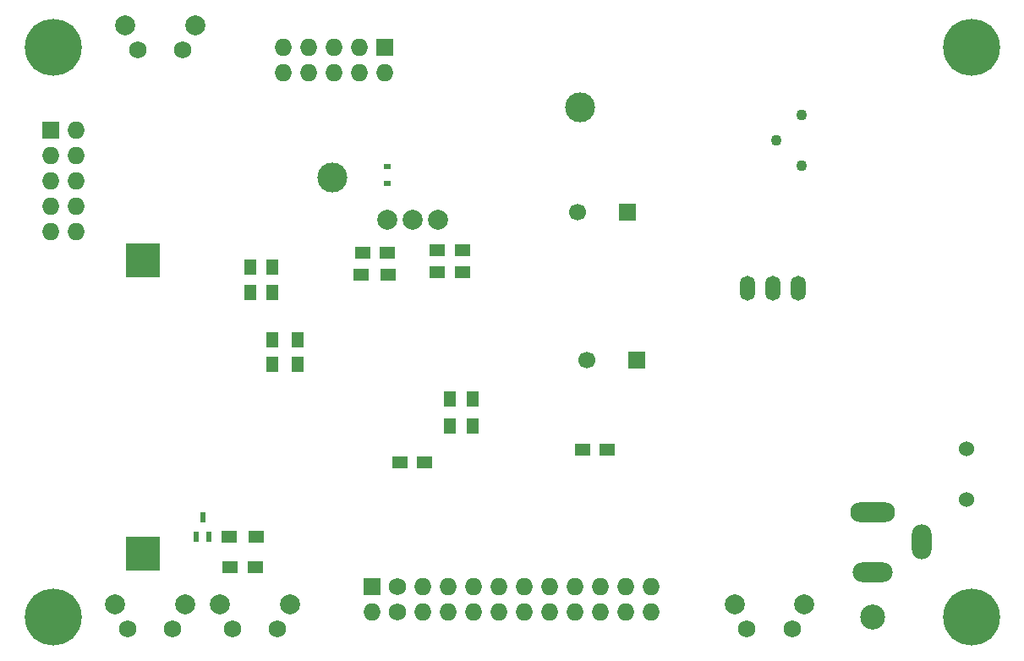
<source format=gbs>
G04 #@! TF.FileFunction,Soldermask,Bot*
%FSLAX46Y46*%
G04 Gerber Fmt 4.6, Leading zero omitted, Abs format (unit mm)*
G04 Created by KiCad (PCBNEW 4.0.4-stable) date 11/22/16 21:10:50*
%MOMM*%
%LPD*%
G01*
G04 APERTURE LIST*
%ADD10C,0.100000*%
%ADD11C,3.000000*%
%ADD12R,1.727200X1.727200*%
%ADD13O,1.727200X1.727200*%
%ADD14R,1.500000X1.300000*%
%ADD15C,1.727200*%
%ADD16R,0.800000X0.600000*%
%ADD17C,1.524000*%
%ADD18R,0.599440X1.000760*%
%ADD19C,1.700000*%
%ADD20R,1.700000X1.700000*%
%ADD21R,1.250000X1.500000*%
%ADD22R,1.500000X1.250000*%
%ADD23R,1.300000X1.500000*%
%ADD24C,5.700000*%
%ADD25O,1.501140X2.499360*%
%ADD26R,3.500000X3.500000*%
%ADD27C,2.500000*%
%ADD28O,4.000000X2.000000*%
%ADD29O,4.500000X2.000000*%
%ADD30O,2.000000X3.500000*%
%ADD31C,1.750000*%
%ADD32C,2.000000*%
%ADD33C,1.100000*%
G04 APERTURE END LIST*
D10*
D11*
X146500000Y-72000000D03*
X171250000Y-65000000D03*
D12*
X118250000Y-67250000D03*
D13*
X120790000Y-67250000D03*
X118250000Y-69790000D03*
X120790000Y-69790000D03*
X118250000Y-72330000D03*
X120790000Y-72330000D03*
X118250000Y-74870000D03*
X120790000Y-74870000D03*
X118250000Y-77410000D03*
X120790000Y-77410000D03*
D14*
X152100000Y-81750000D03*
X149400000Y-81750000D03*
D12*
X150500000Y-113000000D03*
D13*
X150500000Y-115540000D03*
D15*
X153040000Y-113000000D03*
X153040000Y-115540000D03*
D13*
X155580000Y-113000000D03*
X155580000Y-115540000D03*
X158120000Y-113000000D03*
X158120000Y-115540000D03*
X160660000Y-113000000D03*
X160660000Y-115540000D03*
X163200000Y-113000000D03*
X163200000Y-115540000D03*
X165740000Y-113000000D03*
X165740000Y-115540000D03*
X168280000Y-113000000D03*
X168280000Y-115540000D03*
X170820000Y-113000000D03*
X170820000Y-115540000D03*
X173360000Y-113000000D03*
X173360000Y-115540000D03*
X175900000Y-113000000D03*
X175900000Y-115540000D03*
X178440000Y-113000000D03*
X178440000Y-115540000D03*
D16*
X152000000Y-70900000D03*
X152000000Y-72600000D03*
D17*
X210000000Y-99170000D03*
X210000000Y-104250000D03*
D18*
X132849760Y-107949960D03*
X134150240Y-107949960D03*
X133500000Y-106050040D03*
D19*
X171000000Y-75500000D03*
D20*
X176000000Y-75500000D03*
D19*
X172000000Y-90250000D03*
D20*
X177000000Y-90250000D03*
D21*
X140500000Y-81000000D03*
X140500000Y-83500000D03*
X143000000Y-90750000D03*
X143000000Y-88250000D03*
X140500000Y-90750000D03*
X140500000Y-88250000D03*
X138250000Y-81000000D03*
X138250000Y-83500000D03*
D22*
X136250000Y-111000000D03*
X138750000Y-111000000D03*
X171500000Y-99250000D03*
X174000000Y-99250000D03*
X155750000Y-100500000D03*
X153250000Y-100500000D03*
X152000000Y-79500000D03*
X149500000Y-79500000D03*
X157000000Y-81500000D03*
X159500000Y-81500000D03*
X157000000Y-79250000D03*
X159500000Y-79250000D03*
D23*
X160500000Y-94150000D03*
X160500000Y-96850000D03*
X158250000Y-94150000D03*
X158250000Y-96850000D03*
D14*
X138850000Y-108000000D03*
X136150000Y-108000000D03*
D24*
X118500000Y-116000000D03*
X118500000Y-59000000D03*
X210500000Y-59000000D03*
X210500000Y-116000000D03*
D12*
X151750000Y-59000000D03*
D13*
X151750000Y-61540000D03*
X149210000Y-59000000D03*
X149210000Y-61540000D03*
X146670000Y-59000000D03*
X146670000Y-61540000D03*
X144130000Y-59000000D03*
X144130000Y-61540000D03*
X141590000Y-59000000D03*
X141590000Y-61540000D03*
D25*
X190625000Y-83125000D03*
X193165000Y-83125000D03*
X188085000Y-83125000D03*
D26*
X127500000Y-109700000D03*
X127500000Y-80300000D03*
D27*
X200600000Y-116000000D03*
D28*
X200600000Y-111500000D03*
D29*
X200600000Y-105500000D03*
D30*
X205500000Y-108450000D03*
D31*
X130500000Y-117240000D03*
X126000000Y-117240000D03*
D32*
X131755000Y-114750000D03*
X124745000Y-114750000D03*
D31*
X141000000Y-117240000D03*
X136500000Y-117240000D03*
D32*
X142255000Y-114750000D03*
X135245000Y-114750000D03*
D31*
X192500000Y-117240000D03*
X188000000Y-117240000D03*
D32*
X193755000Y-114750000D03*
X186745000Y-114750000D03*
D31*
X131500000Y-59240000D03*
X127000000Y-59240000D03*
D32*
X132755000Y-56750000D03*
X125745000Y-56750000D03*
X151960000Y-76250000D03*
X154500000Y-76250000D03*
X157040000Y-76250000D03*
D33*
X190960000Y-68250000D03*
X193500000Y-65710000D03*
X193500000Y-70790000D03*
M02*

</source>
